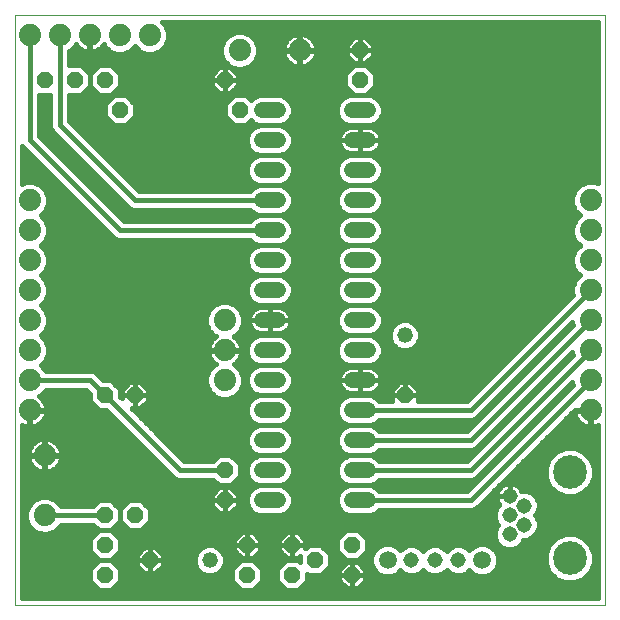
<source format=gbl>
G75*
%MOIN*%
%OFA0B0*%
%FSLAX25Y25*%
%IPPOS*%
%LPD*%
%AMOC8*
5,1,8,0,0,1.08239X$1,22.5*
%
%ADD10C,0.00000*%
%ADD11OC8,0.05200*%
%ADD12C,0.05200*%
%ADD13C,0.05150*%
%ADD14C,0.11220*%
%ADD15C,0.07400*%
%ADD16C,0.05200*%
%ADD17C,0.05937*%
%ADD18C,0.01600*%
D10*
X0011800Y0011800D02*
X0011800Y0208650D01*
X0208650Y0208650D01*
X0208650Y0011800D01*
X0011800Y0011800D01*
D11*
X0041800Y0021800D03*
X0041800Y0031800D03*
X0041800Y0041800D03*
X0051800Y0041800D03*
X0056800Y0026800D03*
X0081800Y0046800D03*
X0081800Y0056800D03*
X0089300Y0031800D03*
X0089300Y0021800D03*
X0104300Y0021800D03*
X0111800Y0026800D03*
X0104300Y0031800D03*
X0124300Y0031800D03*
X0124300Y0021800D03*
X0141800Y0081800D03*
X0051800Y0081800D03*
X0041800Y0081800D03*
X0046800Y0176800D03*
X0041800Y0186800D03*
X0031800Y0186800D03*
X0021800Y0186800D03*
X0081800Y0186800D03*
X0086800Y0176800D03*
X0126800Y0186800D03*
X0126800Y0196800D03*
D12*
X0141800Y0101800D03*
X0076800Y0026800D03*
D13*
X0143926Y0026800D03*
X0151800Y0026800D03*
X0159674Y0026800D03*
X0176721Y0035501D03*
X0181446Y0038650D03*
X0176721Y0041800D03*
X0181446Y0044950D03*
X0176721Y0048099D03*
D14*
X0196800Y0056170D03*
X0196800Y0027430D03*
D15*
X0203800Y0076800D03*
X0203800Y0086800D03*
X0203800Y0096800D03*
X0203800Y0106800D03*
X0203800Y0116800D03*
X0203800Y0126800D03*
X0203800Y0136800D03*
X0203800Y0146800D03*
X0106800Y0196800D03*
X0086800Y0196800D03*
X0056800Y0201800D03*
X0046800Y0201800D03*
X0036800Y0201800D03*
X0026800Y0201800D03*
X0016800Y0201800D03*
X0016800Y0146800D03*
X0016800Y0136800D03*
X0016800Y0126800D03*
X0016800Y0116800D03*
X0016800Y0106800D03*
X0016800Y0096800D03*
X0016800Y0086800D03*
X0016800Y0076800D03*
X0021800Y0061800D03*
X0021800Y0041800D03*
X0081800Y0086800D03*
X0081800Y0096800D03*
X0081800Y0106800D03*
D16*
X0094200Y0106800D02*
X0099400Y0106800D01*
X0099400Y0116800D02*
X0094200Y0116800D01*
X0094200Y0126800D02*
X0099400Y0126800D01*
X0099400Y0136800D02*
X0094200Y0136800D01*
X0094200Y0146800D02*
X0099400Y0146800D01*
X0099400Y0156800D02*
X0094200Y0156800D01*
X0094200Y0166800D02*
X0099400Y0166800D01*
X0099400Y0176800D02*
X0094200Y0176800D01*
X0124200Y0176800D02*
X0129400Y0176800D01*
X0129400Y0166800D02*
X0124200Y0166800D01*
X0124200Y0156800D02*
X0129400Y0156800D01*
X0129400Y0146800D02*
X0124200Y0146800D01*
X0124200Y0136800D02*
X0129400Y0136800D01*
X0129400Y0126800D02*
X0124200Y0126800D01*
X0124200Y0116800D02*
X0129400Y0116800D01*
X0129400Y0106800D02*
X0124200Y0106800D01*
X0124200Y0096800D02*
X0129400Y0096800D01*
X0129400Y0086800D02*
X0124200Y0086800D01*
X0124200Y0076800D02*
X0129400Y0076800D01*
X0129400Y0066800D02*
X0124200Y0066800D01*
X0124200Y0056800D02*
X0129400Y0056800D01*
X0129400Y0046800D02*
X0124200Y0046800D01*
X0099400Y0046800D02*
X0094200Y0046800D01*
X0094200Y0056800D02*
X0099400Y0056800D01*
X0099400Y0066800D02*
X0094200Y0066800D01*
X0094200Y0076800D02*
X0099400Y0076800D01*
X0099400Y0086800D02*
X0094200Y0086800D01*
X0094200Y0096800D02*
X0099400Y0096800D01*
D17*
X0136052Y0026800D03*
X0167548Y0026800D03*
D18*
X0163766Y0022990D02*
X0162899Y0022990D01*
X0162492Y0022583D02*
X0163333Y0023423D01*
X0164507Y0022249D01*
X0166480Y0021431D01*
X0168616Y0021431D01*
X0170589Y0022249D01*
X0172099Y0023759D01*
X0172917Y0025732D01*
X0172917Y0027868D01*
X0172099Y0029841D01*
X0170589Y0031351D01*
X0168616Y0032168D01*
X0166480Y0032168D01*
X0164507Y0031351D01*
X0163333Y0030177D01*
X0162492Y0031017D01*
X0160664Y0031775D01*
X0158684Y0031775D01*
X0156856Y0031017D01*
X0155737Y0029898D01*
X0154618Y0031017D01*
X0152790Y0031775D01*
X0150810Y0031775D01*
X0148982Y0031017D01*
X0147863Y0029898D01*
X0146744Y0031017D01*
X0144916Y0031775D01*
X0142936Y0031775D01*
X0141108Y0031017D01*
X0140267Y0030177D01*
X0139093Y0031351D01*
X0137120Y0032168D01*
X0134984Y0032168D01*
X0133011Y0031351D01*
X0131501Y0029841D01*
X0130683Y0027868D01*
X0130683Y0025732D01*
X0131501Y0023759D01*
X0133011Y0022249D01*
X0134984Y0021431D01*
X0137120Y0021431D01*
X0139093Y0022249D01*
X0140267Y0023423D01*
X0141108Y0022583D01*
X0142936Y0021825D01*
X0144916Y0021825D01*
X0146744Y0022583D01*
X0147863Y0023702D01*
X0148982Y0022583D01*
X0150810Y0021825D01*
X0152790Y0021825D01*
X0154618Y0022583D01*
X0155737Y0023702D01*
X0156856Y0022583D01*
X0158684Y0021825D01*
X0160664Y0021825D01*
X0162492Y0022583D01*
X0156449Y0022990D02*
X0155025Y0022990D01*
X0148575Y0022990D02*
X0147151Y0022990D01*
X0140701Y0022990D02*
X0139834Y0022990D01*
X0132270Y0022990D02*
X0128700Y0022990D01*
X0128700Y0023623D02*
X0128700Y0021800D01*
X0124300Y0021800D01*
X0124300Y0021800D01*
X0124300Y0026200D01*
X0126123Y0026200D01*
X0128700Y0023623D01*
X0127734Y0024588D02*
X0131157Y0024588D01*
X0130683Y0026187D02*
X0126136Y0026187D01*
X0126371Y0026800D02*
X0129300Y0029729D01*
X0129300Y0033871D01*
X0126371Y0036800D01*
X0122229Y0036800D01*
X0119300Y0033871D01*
X0119300Y0029729D01*
X0122229Y0026800D01*
X0126371Y0026800D01*
X0127356Y0027785D02*
X0130683Y0027785D01*
X0131311Y0029384D02*
X0128955Y0029384D01*
X0129300Y0030982D02*
X0132642Y0030982D01*
X0129300Y0032581D02*
X0172606Y0032581D01*
X0172504Y0032683D02*
X0173903Y0031283D01*
X0175732Y0030526D01*
X0177711Y0030526D01*
X0179539Y0031283D01*
X0180939Y0032683D01*
X0181350Y0033676D01*
X0182435Y0033676D01*
X0184264Y0034433D01*
X0185663Y0035832D01*
X0186420Y0037661D01*
X0186420Y0039640D01*
X0185663Y0041468D01*
X0185331Y0041800D01*
X0185663Y0042132D01*
X0186420Y0043960D01*
X0186420Y0045939D01*
X0185663Y0047768D01*
X0184264Y0049167D01*
X0182435Y0049924D01*
X0180701Y0049924D01*
X0180463Y0050392D01*
X0180058Y0050949D01*
X0179571Y0051436D01*
X0179014Y0051841D01*
X0178401Y0052153D01*
X0177746Y0052366D01*
X0177066Y0052474D01*
X0176721Y0052474D01*
X0176377Y0052474D01*
X0175697Y0052366D01*
X0175042Y0052153D01*
X0174428Y0051841D01*
X0173871Y0051436D01*
X0173384Y0050949D01*
X0172980Y0050392D01*
X0172667Y0049779D01*
X0172454Y0049124D01*
X0172346Y0048444D01*
X0172346Y0048099D01*
X0172346Y0047755D01*
X0172454Y0047075D01*
X0172667Y0046420D01*
X0172980Y0045806D01*
X0173279Y0045394D01*
X0172504Y0044618D01*
X0171746Y0042790D01*
X0171746Y0040810D01*
X0172504Y0038982D01*
X0172835Y0038650D01*
X0172504Y0038319D01*
X0171746Y0036490D01*
X0171746Y0034511D01*
X0172504Y0032683D01*
X0171884Y0034179D02*
X0128992Y0034179D01*
X0127393Y0035778D02*
X0171746Y0035778D01*
X0172113Y0037376D02*
X0054447Y0037376D01*
X0053871Y0036800D02*
X0056800Y0039729D01*
X0056800Y0043871D01*
X0053871Y0046800D01*
X0049729Y0046800D01*
X0046800Y0043871D01*
X0046800Y0039729D01*
X0049729Y0036800D01*
X0053871Y0036800D01*
X0056046Y0038975D02*
X0172511Y0038975D01*
X0171845Y0040573D02*
X0056800Y0040573D01*
X0056800Y0042172D02*
X0092308Y0042172D01*
X0093205Y0041800D02*
X0100395Y0041800D01*
X0102232Y0042561D01*
X0103639Y0043968D01*
X0104400Y0045805D01*
X0104400Y0047795D01*
X0103639Y0049632D01*
X0102232Y0051039D01*
X0100395Y0051800D01*
X0102232Y0052561D01*
X0103639Y0053968D01*
X0104400Y0055805D01*
X0104400Y0057795D01*
X0103639Y0059632D01*
X0102232Y0061039D01*
X0100395Y0061800D01*
X0102232Y0062561D01*
X0103639Y0063968D01*
X0104400Y0065805D01*
X0104400Y0067795D01*
X0103639Y0069632D01*
X0102232Y0071039D01*
X0100395Y0071800D01*
X0102232Y0072561D01*
X0103639Y0073968D01*
X0104400Y0075805D01*
X0104400Y0077795D01*
X0103639Y0079632D01*
X0102232Y0081039D01*
X0100395Y0081800D01*
X0102232Y0082561D01*
X0103639Y0083968D01*
X0104400Y0085805D01*
X0104400Y0087795D01*
X0103639Y0089632D01*
X0102232Y0091039D01*
X0100395Y0091800D01*
X0102232Y0092561D01*
X0103639Y0093968D01*
X0104400Y0095805D01*
X0104400Y0097795D01*
X0103639Y0099632D01*
X0102232Y0101039D01*
X0100395Y0101800D01*
X0093205Y0101800D01*
X0091368Y0101039D01*
X0089961Y0099632D01*
X0089200Y0097795D01*
X0089200Y0095805D01*
X0089961Y0093968D01*
X0091368Y0092561D01*
X0093205Y0091800D01*
X0100395Y0091800D01*
X0093205Y0091800D01*
X0091368Y0091039D01*
X0089961Y0089632D01*
X0089200Y0087795D01*
X0089200Y0085805D01*
X0089961Y0083968D01*
X0091368Y0082561D01*
X0093205Y0081800D01*
X0100395Y0081800D01*
X0093205Y0081800D01*
X0091368Y0081039D01*
X0089961Y0079632D01*
X0089200Y0077795D01*
X0089200Y0075805D01*
X0089961Y0073968D01*
X0091368Y0072561D01*
X0093205Y0071800D01*
X0100395Y0071800D01*
X0093205Y0071800D01*
X0091368Y0071039D01*
X0089961Y0069632D01*
X0089200Y0067795D01*
X0089200Y0065805D01*
X0089961Y0063968D01*
X0091368Y0062561D01*
X0093205Y0061800D01*
X0100395Y0061800D01*
X0093205Y0061800D01*
X0091368Y0061039D01*
X0089961Y0059632D01*
X0089200Y0057795D01*
X0089200Y0055805D01*
X0089961Y0053968D01*
X0091368Y0052561D01*
X0093205Y0051800D01*
X0100395Y0051800D01*
X0093205Y0051800D01*
X0091368Y0051039D01*
X0089961Y0049632D01*
X0089200Y0047795D01*
X0089200Y0045805D01*
X0089961Y0043968D01*
X0091368Y0042561D01*
X0093205Y0041800D01*
X0090159Y0043770D02*
X0084993Y0043770D01*
X0086200Y0044977D02*
X0083623Y0042400D01*
X0081800Y0042400D01*
X0081800Y0046800D01*
X0081800Y0046800D01*
X0081800Y0051200D01*
X0083623Y0051200D01*
X0086200Y0048623D01*
X0086200Y0046800D01*
X0081800Y0046800D01*
X0081800Y0046800D01*
X0081800Y0046800D01*
X0077400Y0046800D01*
X0077400Y0048623D01*
X0079977Y0051200D01*
X0081800Y0051200D01*
X0081800Y0046800D01*
X0086200Y0046800D01*
X0086200Y0044977D01*
X0086200Y0045369D02*
X0089381Y0045369D01*
X0089200Y0046967D02*
X0086200Y0046967D01*
X0086200Y0048566D02*
X0089519Y0048566D01*
X0090493Y0050164D02*
X0084658Y0050164D01*
X0083871Y0051800D02*
X0086800Y0054729D01*
X0086800Y0058871D01*
X0083871Y0061800D01*
X0079729Y0061800D01*
X0077929Y0060000D01*
X0068125Y0060000D01*
X0050725Y0077400D01*
X0051800Y0077400D01*
X0053623Y0077400D01*
X0056200Y0079977D01*
X0056200Y0081800D01*
X0056200Y0083623D01*
X0053623Y0086200D01*
X0051800Y0086200D01*
X0051800Y0081800D01*
X0051800Y0081800D01*
X0056200Y0081800D01*
X0051800Y0081800D01*
X0051800Y0081800D01*
X0051800Y0081800D01*
X0047400Y0081800D01*
X0047400Y0083623D01*
X0049977Y0086200D01*
X0051800Y0086200D01*
X0051800Y0081800D01*
X0051800Y0077400D01*
X0051800Y0081800D01*
X0051800Y0081800D01*
X0047400Y0081800D01*
X0047400Y0080725D01*
X0046800Y0081325D01*
X0046800Y0083871D01*
X0043871Y0086800D01*
X0041325Y0086800D01*
X0038613Y0089513D01*
X0037437Y0090000D01*
X0022077Y0090000D01*
X0021971Y0090255D01*
X0020427Y0091800D01*
X0021971Y0093345D01*
X0022900Y0095587D01*
X0022900Y0098013D01*
X0021971Y0100255D01*
X0020427Y0101800D01*
X0021971Y0103345D01*
X0022900Y0105587D01*
X0022900Y0108013D01*
X0021971Y0110255D01*
X0020427Y0111800D01*
X0021971Y0113345D01*
X0022900Y0115587D01*
X0022900Y0118013D01*
X0021971Y0120255D01*
X0020427Y0121800D01*
X0021971Y0123345D01*
X0022900Y0125587D01*
X0022900Y0128013D01*
X0021971Y0130255D01*
X0020427Y0131800D01*
X0021971Y0133345D01*
X0022900Y0135587D01*
X0022900Y0138013D01*
X0021971Y0140255D01*
X0020427Y0141800D01*
X0021971Y0143345D01*
X0022900Y0145587D01*
X0022900Y0148013D01*
X0021971Y0150255D01*
X0020255Y0151971D01*
X0018013Y0152900D01*
X0015587Y0152900D01*
X0014200Y0152326D01*
X0014200Y0164875D01*
X0044087Y0134987D01*
X0044987Y0134087D01*
X0046163Y0133600D01*
X0090329Y0133600D01*
X0091368Y0132561D01*
X0093205Y0131800D01*
X0091368Y0131039D01*
X0089961Y0129632D01*
X0089200Y0127795D01*
X0089200Y0125805D01*
X0089961Y0123968D01*
X0091368Y0122561D01*
X0093205Y0121800D01*
X0091368Y0121039D01*
X0089961Y0119632D01*
X0089200Y0117795D01*
X0089200Y0115805D01*
X0089961Y0113968D01*
X0091368Y0112561D01*
X0093205Y0111800D01*
X0100395Y0111800D01*
X0102232Y0112561D01*
X0103639Y0113968D01*
X0104400Y0115805D01*
X0104400Y0117795D01*
X0103639Y0119632D01*
X0102232Y0121039D01*
X0100395Y0121800D01*
X0093205Y0121800D01*
X0100395Y0121800D01*
X0102232Y0122561D01*
X0103639Y0123968D01*
X0104400Y0125805D01*
X0104400Y0127795D01*
X0103639Y0129632D01*
X0102232Y0131039D01*
X0100395Y0131800D01*
X0093205Y0131800D01*
X0100395Y0131800D01*
X0102232Y0132561D01*
X0103639Y0133968D01*
X0104400Y0135805D01*
X0104400Y0137795D01*
X0103639Y0139632D01*
X0102232Y0141039D01*
X0100395Y0141800D01*
X0102232Y0142561D01*
X0103639Y0143968D01*
X0104400Y0145805D01*
X0104400Y0147795D01*
X0103639Y0149632D01*
X0102232Y0151039D01*
X0100395Y0151800D01*
X0102232Y0152561D01*
X0103639Y0153968D01*
X0104400Y0155805D01*
X0104400Y0157795D01*
X0103639Y0159632D01*
X0102232Y0161039D01*
X0100395Y0161800D01*
X0093205Y0161800D01*
X0091368Y0161039D01*
X0089961Y0159632D01*
X0089200Y0157795D01*
X0089200Y0155805D01*
X0089961Y0153968D01*
X0091368Y0152561D01*
X0093205Y0151800D01*
X0100395Y0151800D01*
X0093205Y0151800D01*
X0091368Y0151039D01*
X0090329Y0150000D01*
X0053125Y0150000D01*
X0030000Y0173125D01*
X0030000Y0181800D01*
X0033871Y0181800D01*
X0036800Y0184729D01*
X0039729Y0181800D01*
X0043871Y0181800D01*
X0046800Y0184729D01*
X0046800Y0188871D01*
X0043871Y0191800D01*
X0039729Y0191800D01*
X0036800Y0188871D01*
X0036800Y0184729D01*
X0036800Y0188871D01*
X0033871Y0191800D01*
X0030000Y0191800D01*
X0030000Y0196523D01*
X0030255Y0196629D01*
X0031971Y0198345D01*
X0032168Y0198819D01*
X0032605Y0198217D01*
X0033217Y0197605D01*
X0033917Y0197096D01*
X0034689Y0196703D01*
X0035512Y0196435D01*
X0036367Y0196300D01*
X0036600Y0196300D01*
X0036600Y0201600D01*
X0037000Y0201600D01*
X0037000Y0196300D01*
X0037233Y0196300D01*
X0038088Y0196435D01*
X0038911Y0196703D01*
X0039683Y0197096D01*
X0040383Y0197605D01*
X0040995Y0198217D01*
X0041432Y0198819D01*
X0041629Y0198345D01*
X0043345Y0196629D01*
X0045587Y0195700D01*
X0048013Y0195700D01*
X0050255Y0196629D01*
X0051800Y0198173D01*
X0053345Y0196629D01*
X0055587Y0195700D01*
X0058013Y0195700D01*
X0060255Y0196629D01*
X0061971Y0198345D01*
X0062900Y0200587D01*
X0062900Y0203013D01*
X0061971Y0205255D01*
X0060976Y0206250D01*
X0206250Y0206250D01*
X0206250Y0152388D01*
X0205013Y0152900D01*
X0202587Y0152900D01*
X0200345Y0151971D01*
X0198629Y0150255D01*
X0197700Y0148013D01*
X0197700Y0145587D01*
X0198629Y0143345D01*
X0200173Y0141800D01*
X0198629Y0140255D01*
X0197700Y0138013D01*
X0197700Y0135587D01*
X0198629Y0133345D01*
X0200173Y0131800D01*
X0198629Y0130255D01*
X0197700Y0128013D01*
X0197700Y0125587D01*
X0198629Y0123345D01*
X0200173Y0121800D01*
X0198629Y0120255D01*
X0197700Y0118013D01*
X0197700Y0115587D01*
X0197806Y0115331D01*
X0162475Y0080000D01*
X0146200Y0080000D01*
X0146200Y0081800D01*
X0146200Y0083623D01*
X0143623Y0086200D01*
X0141800Y0086200D01*
X0141800Y0081800D01*
X0141800Y0081800D01*
X0146200Y0081800D01*
X0141800Y0081800D01*
X0141800Y0081800D01*
X0141800Y0081800D01*
X0137400Y0081800D01*
X0137400Y0083623D01*
X0139977Y0086200D01*
X0141800Y0086200D01*
X0141800Y0081800D01*
X0137400Y0081800D01*
X0137400Y0080000D01*
X0133271Y0080000D01*
X0132232Y0081039D01*
X0130395Y0081800D01*
X0123205Y0081800D01*
X0121368Y0081039D01*
X0119961Y0079632D01*
X0119200Y0077795D01*
X0119200Y0075805D01*
X0119961Y0073968D01*
X0121368Y0072561D01*
X0123205Y0071800D01*
X0130395Y0071800D01*
X0132232Y0071039D01*
X0133271Y0070000D01*
X0162475Y0070000D01*
X0197806Y0105331D01*
X0197700Y0105587D01*
X0197700Y0106175D01*
X0165613Y0074087D01*
X0164437Y0073600D01*
X0133271Y0073600D01*
X0132232Y0072561D01*
X0130395Y0071800D01*
X0123205Y0071800D01*
X0121368Y0071039D01*
X0119961Y0069632D01*
X0119200Y0067795D01*
X0119200Y0065805D01*
X0119961Y0063968D01*
X0121368Y0062561D01*
X0123205Y0061800D01*
X0121368Y0061039D01*
X0119961Y0059632D01*
X0119200Y0057795D01*
X0119200Y0055805D01*
X0119961Y0053968D01*
X0121368Y0052561D01*
X0123205Y0051800D01*
X0121368Y0051039D01*
X0119961Y0049632D01*
X0119200Y0047795D01*
X0119200Y0045805D01*
X0119961Y0043968D01*
X0121368Y0042561D01*
X0123205Y0041800D01*
X0130395Y0041800D01*
X0132232Y0042561D01*
X0133271Y0043600D01*
X0164437Y0043600D01*
X0165613Y0044087D01*
X0166513Y0044987D01*
X0198525Y0077000D01*
X0203600Y0077000D01*
X0203600Y0076600D01*
X0204000Y0076600D01*
X0204000Y0071300D01*
X0204233Y0071300D01*
X0205088Y0071435D01*
X0205911Y0071703D01*
X0206250Y0071876D01*
X0206250Y0014200D01*
X0014200Y0014200D01*
X0014200Y0071952D01*
X0014689Y0071703D01*
X0015512Y0071435D01*
X0016367Y0071300D01*
X0016600Y0071300D01*
X0016600Y0076600D01*
X0017000Y0076600D01*
X0017000Y0077000D01*
X0022300Y0077000D01*
X0022300Y0077233D01*
X0022165Y0078088D01*
X0021897Y0078911D01*
X0021504Y0079683D01*
X0020995Y0080383D01*
X0020383Y0080995D01*
X0019781Y0081432D01*
X0020255Y0081629D01*
X0021971Y0083345D01*
X0022077Y0083600D01*
X0035475Y0083600D01*
X0036800Y0082275D01*
X0036800Y0079729D01*
X0039729Y0076800D01*
X0042275Y0076800D01*
X0064087Y0054987D01*
X0064987Y0054087D01*
X0066163Y0053600D01*
X0077929Y0053600D01*
X0079729Y0051800D01*
X0083871Y0051800D01*
X0085432Y0053361D02*
X0090568Y0053361D01*
X0089550Y0054960D02*
X0086800Y0054960D01*
X0086800Y0056558D02*
X0089200Y0056558D01*
X0089350Y0058157D02*
X0086800Y0058157D01*
X0085916Y0059755D02*
X0090084Y0059755D01*
X0092128Y0061354D02*
X0084317Y0061354D01*
X0079283Y0061354D02*
X0066772Y0061354D01*
X0065173Y0062952D02*
X0090977Y0062952D01*
X0089720Y0064551D02*
X0063575Y0064551D01*
X0061976Y0066149D02*
X0089200Y0066149D01*
X0089200Y0067748D02*
X0060378Y0067748D01*
X0058779Y0069346D02*
X0089843Y0069346D01*
X0091274Y0070945D02*
X0057181Y0070945D01*
X0055582Y0072543D02*
X0091411Y0072543D01*
X0089889Y0074142D02*
X0053984Y0074142D01*
X0052385Y0075740D02*
X0089227Y0075740D01*
X0089200Y0077339D02*
X0050787Y0077339D01*
X0051800Y0078937D02*
X0051800Y0078937D01*
X0051800Y0080536D02*
X0051800Y0080536D01*
X0051800Y0082134D02*
X0051800Y0082134D01*
X0051800Y0083733D02*
X0051800Y0083733D01*
X0051800Y0085332D02*
X0051800Y0085332D01*
X0054491Y0085332D02*
X0075806Y0085332D01*
X0075700Y0085587D02*
X0076629Y0083345D01*
X0078345Y0081629D01*
X0080587Y0080700D01*
X0083013Y0080700D01*
X0085255Y0081629D01*
X0086971Y0083345D01*
X0087900Y0085587D01*
X0087900Y0088013D01*
X0086971Y0090255D01*
X0085255Y0091971D01*
X0084781Y0092168D01*
X0085383Y0092605D01*
X0085995Y0093217D01*
X0086504Y0093917D01*
X0086897Y0094689D01*
X0087165Y0095512D01*
X0087300Y0096367D01*
X0087300Y0096600D01*
X0082000Y0096600D01*
X0082000Y0097000D01*
X0087300Y0097000D01*
X0087300Y0097233D01*
X0087165Y0098088D01*
X0086897Y0098911D01*
X0086504Y0099683D01*
X0085995Y0100383D01*
X0085383Y0100995D01*
X0084781Y0101432D01*
X0085255Y0101629D01*
X0086971Y0103345D01*
X0087900Y0105587D01*
X0087900Y0108013D01*
X0086971Y0110255D01*
X0085255Y0111971D01*
X0083013Y0112900D01*
X0080587Y0112900D01*
X0078345Y0111971D01*
X0076629Y0110255D01*
X0075700Y0108013D01*
X0075700Y0105587D01*
X0076629Y0103345D01*
X0078345Y0101629D01*
X0078819Y0101432D01*
X0078217Y0100995D01*
X0077605Y0100383D01*
X0077096Y0099683D01*
X0076703Y0098911D01*
X0076435Y0098088D01*
X0076300Y0097233D01*
X0076300Y0097000D01*
X0081600Y0097000D01*
X0081600Y0096600D01*
X0076300Y0096600D01*
X0076300Y0096367D01*
X0076435Y0095512D01*
X0076703Y0094689D01*
X0077096Y0093917D01*
X0077605Y0093217D01*
X0078217Y0092605D01*
X0078819Y0092168D01*
X0078345Y0091971D01*
X0076629Y0090255D01*
X0075700Y0088013D01*
X0075700Y0085587D01*
X0075700Y0086930D02*
X0041195Y0086930D01*
X0039597Y0088529D02*
X0075913Y0088529D01*
X0076576Y0090127D02*
X0022024Y0090127D01*
X0020501Y0091726D02*
X0078099Y0091726D01*
X0077527Y0093324D02*
X0021951Y0093324D01*
X0022625Y0094923D02*
X0076627Y0094923D01*
X0076300Y0096521D02*
X0022900Y0096521D01*
X0022856Y0098120D02*
X0076446Y0098120D01*
X0077122Y0099718D02*
X0022194Y0099718D01*
X0020910Y0101317D02*
X0078659Y0101317D01*
X0077058Y0102915D02*
X0021542Y0102915D01*
X0022456Y0104514D02*
X0076144Y0104514D01*
X0075700Y0106112D02*
X0022900Y0106112D01*
X0022900Y0107711D02*
X0075700Y0107711D01*
X0076237Y0109309D02*
X0022363Y0109309D01*
X0021319Y0110908D02*
X0077281Y0110908D01*
X0079636Y0112506D02*
X0021133Y0112506D01*
X0022286Y0114105D02*
X0089904Y0114105D01*
X0089242Y0115703D02*
X0022900Y0115703D01*
X0022900Y0117302D02*
X0089200Y0117302D01*
X0089658Y0118900D02*
X0022533Y0118900D01*
X0021728Y0120499D02*
X0090828Y0120499D01*
X0092488Y0122097D02*
X0020724Y0122097D01*
X0022117Y0123696D02*
X0090233Y0123696D01*
X0089412Y0125294D02*
X0022779Y0125294D01*
X0022900Y0126893D02*
X0089200Y0126893D01*
X0089489Y0128491D02*
X0022702Y0128491D01*
X0022040Y0130090D02*
X0090419Y0130090D01*
X0092936Y0131688D02*
X0020538Y0131688D01*
X0021914Y0133287D02*
X0090642Y0133287D01*
X0090329Y0140000D02*
X0048125Y0140000D01*
X0020000Y0168125D01*
X0020000Y0181800D01*
X0023600Y0181800D01*
X0023600Y0171163D01*
X0024087Y0169987D01*
X0049087Y0144987D01*
X0049987Y0144087D01*
X0051163Y0143600D01*
X0090329Y0143600D01*
X0091368Y0142561D01*
X0093205Y0141800D01*
X0100395Y0141800D01*
X0093205Y0141800D01*
X0091368Y0141039D01*
X0090329Y0140000D01*
X0091949Y0141279D02*
X0046846Y0141279D01*
X0045248Y0142878D02*
X0091051Y0142878D01*
X0096800Y0146800D02*
X0051800Y0146800D01*
X0026800Y0171800D01*
X0026800Y0201800D01*
X0030854Y0197227D02*
X0033737Y0197227D01*
X0030000Y0195629D02*
X0080700Y0195629D01*
X0080700Y0195587D02*
X0081629Y0193345D01*
X0083345Y0191629D01*
X0085587Y0190700D01*
X0088013Y0190700D01*
X0090255Y0191629D01*
X0091971Y0193345D01*
X0092900Y0195587D01*
X0092900Y0198013D01*
X0091971Y0200255D01*
X0090255Y0201971D01*
X0088013Y0202900D01*
X0085587Y0202900D01*
X0083345Y0201971D01*
X0081629Y0200255D01*
X0080700Y0198013D01*
X0080700Y0195587D01*
X0080700Y0197227D02*
X0060854Y0197227D01*
X0062171Y0198826D02*
X0081037Y0198826D01*
X0081798Y0200424D02*
X0062833Y0200424D01*
X0062900Y0202023D02*
X0083469Y0202023D01*
X0090131Y0202023D02*
X0105076Y0202023D01*
X0104689Y0201897D02*
X0105512Y0202165D01*
X0106367Y0202300D01*
X0106600Y0202300D01*
X0106600Y0197000D01*
X0107000Y0197000D01*
X0107000Y0202300D01*
X0107233Y0202300D01*
X0108088Y0202165D01*
X0108911Y0201897D01*
X0109683Y0201504D01*
X0110383Y0200995D01*
X0110995Y0200383D01*
X0111504Y0199683D01*
X0111897Y0198911D01*
X0112165Y0198088D01*
X0112300Y0197233D01*
X0112300Y0197000D01*
X0107000Y0197000D01*
X0107000Y0196600D01*
X0112300Y0196600D01*
X0112300Y0196367D01*
X0112165Y0195512D01*
X0111897Y0194689D01*
X0111504Y0193917D01*
X0110995Y0193217D01*
X0110383Y0192605D01*
X0109683Y0192096D01*
X0108911Y0191703D01*
X0108088Y0191435D01*
X0107233Y0191300D01*
X0107000Y0191300D01*
X0107000Y0196600D01*
X0106600Y0196600D01*
X0101300Y0196600D01*
X0101300Y0196367D01*
X0101435Y0195512D01*
X0101703Y0194689D01*
X0102096Y0193917D01*
X0102605Y0193217D01*
X0103217Y0192605D01*
X0103917Y0192096D01*
X0104689Y0191703D01*
X0105512Y0191435D01*
X0106367Y0191300D01*
X0106600Y0191300D01*
X0106600Y0196600D01*
X0106600Y0197000D01*
X0101300Y0197000D01*
X0101300Y0197233D01*
X0101435Y0198088D01*
X0101703Y0198911D01*
X0102096Y0199683D01*
X0102605Y0200383D01*
X0103217Y0200995D01*
X0103917Y0201504D01*
X0104689Y0201897D01*
X0106600Y0202023D02*
X0107000Y0202023D01*
X0108524Y0202023D02*
X0206250Y0202023D01*
X0206250Y0203621D02*
X0062648Y0203621D01*
X0061986Y0205220D02*
X0206250Y0205220D01*
X0206250Y0200424D02*
X0129398Y0200424D01*
X0128623Y0201200D02*
X0126800Y0201200D01*
X0126800Y0196800D01*
X0126800Y0196800D01*
X0131200Y0196800D01*
X0131200Y0198623D01*
X0128623Y0201200D01*
X0126800Y0201200D02*
X0124977Y0201200D01*
X0122400Y0198623D01*
X0122400Y0196800D01*
X0126800Y0196800D01*
X0126800Y0196800D01*
X0126800Y0196800D01*
X0126800Y0201200D01*
X0126800Y0200424D02*
X0126800Y0200424D01*
X0126800Y0198826D02*
X0126800Y0198826D01*
X0126800Y0197227D02*
X0126800Y0197227D01*
X0126800Y0196800D02*
X0122400Y0196800D01*
X0122400Y0194977D01*
X0124977Y0192400D01*
X0126800Y0192400D01*
X0128623Y0192400D01*
X0131200Y0194977D01*
X0131200Y0196800D01*
X0126800Y0196800D01*
X0126800Y0192400D01*
X0126800Y0196800D01*
X0126800Y0196800D01*
X0126800Y0195629D02*
X0126800Y0195629D01*
X0126800Y0194030D02*
X0126800Y0194030D01*
X0126800Y0192432D02*
X0126800Y0192432D01*
X0128654Y0192432D02*
X0206250Y0192432D01*
X0206250Y0194030D02*
X0130253Y0194030D01*
X0131200Y0195629D02*
X0206250Y0195629D01*
X0206250Y0197227D02*
X0131200Y0197227D01*
X0130997Y0198826D02*
X0206250Y0198826D01*
X0206250Y0190833D02*
X0129838Y0190833D01*
X0128871Y0191800D02*
X0124729Y0191800D01*
X0121800Y0188871D01*
X0121800Y0184729D01*
X0124729Y0181800D01*
X0128871Y0181800D01*
X0131800Y0184729D01*
X0131800Y0188871D01*
X0128871Y0191800D01*
X0131436Y0189235D02*
X0206250Y0189235D01*
X0206250Y0187636D02*
X0131800Y0187636D01*
X0131800Y0186038D02*
X0206250Y0186038D01*
X0206250Y0184439D02*
X0131510Y0184439D01*
X0129912Y0182841D02*
X0206250Y0182841D01*
X0206250Y0181242D02*
X0131741Y0181242D01*
X0132232Y0181039D02*
X0130395Y0181800D01*
X0123205Y0181800D01*
X0121368Y0181039D01*
X0119961Y0179632D01*
X0119200Y0177795D01*
X0119200Y0175805D01*
X0119961Y0173968D01*
X0121368Y0172561D01*
X0123205Y0171800D01*
X0130395Y0171800D01*
X0132232Y0172561D01*
X0133639Y0173968D01*
X0134400Y0175805D01*
X0134400Y0177795D01*
X0133639Y0179632D01*
X0132232Y0181039D01*
X0133627Y0179644D02*
X0206250Y0179644D01*
X0206250Y0178045D02*
X0134296Y0178045D01*
X0134400Y0176447D02*
X0206250Y0176447D01*
X0206250Y0174848D02*
X0134003Y0174848D01*
X0132921Y0173250D02*
X0206250Y0173250D01*
X0206250Y0171651D02*
X0100754Y0171651D01*
X0100395Y0171800D02*
X0102232Y0171039D01*
X0103639Y0169632D01*
X0104400Y0167795D01*
X0104400Y0165805D01*
X0103639Y0163968D01*
X0102232Y0162561D01*
X0100395Y0161800D01*
X0093205Y0161800D01*
X0091368Y0162561D01*
X0089961Y0163968D01*
X0089200Y0165805D01*
X0089200Y0167795D01*
X0089961Y0169632D01*
X0091368Y0171039D01*
X0093205Y0171800D01*
X0100395Y0171800D01*
X0102232Y0172561D01*
X0103639Y0173968D01*
X0104400Y0175805D01*
X0104400Y0177795D01*
X0103639Y0179632D01*
X0102232Y0181039D01*
X0100395Y0181800D01*
X0093205Y0181800D01*
X0091368Y0181039D01*
X0090500Y0180171D01*
X0088871Y0181800D01*
X0084729Y0181800D01*
X0081800Y0178871D01*
X0081800Y0174729D01*
X0084729Y0171800D01*
X0088871Y0171800D01*
X0090500Y0173429D01*
X0091368Y0172561D01*
X0093205Y0171800D01*
X0100395Y0171800D01*
X0102921Y0173250D02*
X0120679Y0173250D01*
X0119597Y0174848D02*
X0104003Y0174848D01*
X0104400Y0176447D02*
X0119200Y0176447D01*
X0119304Y0178045D02*
X0104296Y0178045D01*
X0103627Y0179644D02*
X0119973Y0179644D01*
X0121859Y0181242D02*
X0101741Y0181242D01*
X0091859Y0181242D02*
X0089429Y0181242D01*
X0086200Y0184977D02*
X0086200Y0186800D01*
X0086200Y0188623D01*
X0083623Y0191200D01*
X0081800Y0191200D01*
X0081800Y0186800D01*
X0086200Y0186800D01*
X0081800Y0186800D01*
X0081800Y0186800D01*
X0081800Y0186800D01*
X0081800Y0182400D01*
X0083623Y0182400D01*
X0086200Y0184977D01*
X0085662Y0184439D02*
X0122090Y0184439D01*
X0121800Y0186038D02*
X0086200Y0186038D01*
X0086200Y0187636D02*
X0121800Y0187636D01*
X0122164Y0189235D02*
X0085588Y0189235D01*
X0085265Y0190833D02*
X0083989Y0190833D01*
X0082542Y0192432D02*
X0030000Y0192432D01*
X0030000Y0194030D02*
X0081345Y0194030D01*
X0081800Y0191200D02*
X0079977Y0191200D01*
X0077400Y0188623D01*
X0077400Y0186800D01*
X0081800Y0186800D01*
X0081800Y0186800D01*
X0081800Y0186800D01*
X0081800Y0191200D01*
X0081800Y0190833D02*
X0081800Y0190833D01*
X0081800Y0189235D02*
X0081800Y0189235D01*
X0081800Y0187636D02*
X0081800Y0187636D01*
X0081800Y0186800D02*
X0077400Y0186800D01*
X0077400Y0184977D01*
X0079977Y0182400D01*
X0081800Y0182400D01*
X0081800Y0186800D01*
X0081800Y0186038D02*
X0081800Y0186038D01*
X0081800Y0184439D02*
X0081800Y0184439D01*
X0081800Y0182841D02*
X0081800Y0182841D01*
X0084063Y0182841D02*
X0123688Y0182841D01*
X0123762Y0190833D02*
X0088335Y0190833D01*
X0091058Y0192432D02*
X0103455Y0192432D01*
X0102038Y0194030D02*
X0092255Y0194030D01*
X0092900Y0195629D02*
X0101417Y0195629D01*
X0101300Y0197227D02*
X0092900Y0197227D01*
X0092563Y0198826D02*
X0101675Y0198826D01*
X0102646Y0200424D02*
X0091802Y0200424D01*
X0106600Y0200424D02*
X0107000Y0200424D01*
X0107000Y0198826D02*
X0106600Y0198826D01*
X0106600Y0197227D02*
X0107000Y0197227D01*
X0107000Y0195629D02*
X0106600Y0195629D01*
X0106600Y0194030D02*
X0107000Y0194030D01*
X0107000Y0192432D02*
X0106600Y0192432D01*
X0110145Y0192432D02*
X0124946Y0192432D01*
X0123347Y0194030D02*
X0111562Y0194030D01*
X0112183Y0195629D02*
X0122400Y0195629D01*
X0122400Y0197227D02*
X0112300Y0197227D01*
X0111925Y0198826D02*
X0122603Y0198826D01*
X0124202Y0200424D02*
X0110954Y0200424D01*
X0084171Y0181242D02*
X0049429Y0181242D01*
X0048871Y0181800D02*
X0044729Y0181800D01*
X0041800Y0178871D01*
X0041800Y0174729D01*
X0044729Y0171800D01*
X0048871Y0171800D01*
X0051800Y0174729D01*
X0051800Y0178871D01*
X0048871Y0181800D01*
X0051027Y0179644D02*
X0082573Y0179644D01*
X0081800Y0178045D02*
X0051800Y0178045D01*
X0051800Y0176447D02*
X0081800Y0176447D01*
X0081800Y0174848D02*
X0051800Y0174848D01*
X0050321Y0173250D02*
X0083279Y0173250D01*
X0090321Y0173250D02*
X0090679Y0173250D01*
X0092846Y0171651D02*
X0031474Y0171651D01*
X0030000Y0173250D02*
X0043279Y0173250D01*
X0041800Y0174848D02*
X0030000Y0174848D01*
X0030000Y0176447D02*
X0041800Y0176447D01*
X0041800Y0178045D02*
X0030000Y0178045D01*
X0030000Y0179644D02*
X0042573Y0179644D01*
X0044171Y0181242D02*
X0030000Y0181242D01*
X0034912Y0182841D02*
X0038688Y0182841D01*
X0037090Y0184439D02*
X0036510Y0184439D01*
X0036800Y0186038D02*
X0036800Y0186038D01*
X0036800Y0187636D02*
X0036800Y0187636D01*
X0036436Y0189235D02*
X0037164Y0189235D01*
X0038762Y0190833D02*
X0034838Y0190833D01*
X0036600Y0197227D02*
X0037000Y0197227D01*
X0037000Y0198826D02*
X0036600Y0198826D01*
X0036600Y0200424D02*
X0037000Y0200424D01*
X0039863Y0197227D02*
X0042746Y0197227D01*
X0044838Y0190833D02*
X0079611Y0190833D01*
X0078012Y0189235D02*
X0046436Y0189235D01*
X0046800Y0187636D02*
X0077400Y0187636D01*
X0077400Y0186038D02*
X0046800Y0186038D01*
X0046510Y0184439D02*
X0077938Y0184439D01*
X0079537Y0182841D02*
X0044912Y0182841D01*
X0033073Y0170053D02*
X0090382Y0170053D01*
X0089473Y0168454D02*
X0034671Y0168454D01*
X0036270Y0166856D02*
X0089200Y0166856D01*
X0089427Y0165257D02*
X0037868Y0165257D01*
X0039467Y0163659D02*
X0090270Y0163659D01*
X0092578Y0162060D02*
X0041065Y0162060D01*
X0042664Y0160462D02*
X0090790Y0160462D01*
X0089643Y0158863D02*
X0044262Y0158863D01*
X0045861Y0157265D02*
X0089200Y0157265D01*
X0089258Y0155666D02*
X0047459Y0155666D01*
X0049058Y0154068D02*
X0089920Y0154068D01*
X0091590Y0152469D02*
X0050656Y0152469D01*
X0052255Y0150870D02*
X0091199Y0150870D01*
X0102010Y0152469D02*
X0121590Y0152469D01*
X0121368Y0152561D02*
X0123205Y0151800D01*
X0130395Y0151800D01*
X0132232Y0152561D01*
X0133639Y0153968D01*
X0134400Y0155805D01*
X0134400Y0157795D01*
X0133639Y0159632D01*
X0132232Y0161039D01*
X0130395Y0161800D01*
X0123205Y0161800D01*
X0121368Y0161039D01*
X0119961Y0159632D01*
X0119200Y0157795D01*
X0119200Y0155805D01*
X0119961Y0153968D01*
X0121368Y0152561D01*
X0121368Y0151039D02*
X0123205Y0151800D01*
X0130395Y0151800D01*
X0132232Y0151039D01*
X0133639Y0149632D01*
X0134400Y0147795D01*
X0134400Y0145805D01*
X0133639Y0143968D01*
X0132232Y0142561D01*
X0130395Y0141800D01*
X0123205Y0141800D01*
X0121368Y0142561D01*
X0119961Y0143968D01*
X0119200Y0145805D01*
X0119200Y0147795D01*
X0119961Y0149632D01*
X0121368Y0151039D01*
X0121199Y0150870D02*
X0102401Y0150870D01*
X0103788Y0149272D02*
X0119812Y0149272D01*
X0119200Y0147673D02*
X0104400Y0147673D01*
X0104400Y0146075D02*
X0119200Y0146075D01*
X0119750Y0144476D02*
X0103849Y0144476D01*
X0102549Y0142878D02*
X0121051Y0142878D01*
X0121949Y0141279D02*
X0101651Y0141279D01*
X0103590Y0139681D02*
X0120010Y0139681D01*
X0119961Y0139632D02*
X0119200Y0137795D01*
X0119200Y0135805D01*
X0119961Y0133968D01*
X0121368Y0132561D01*
X0123205Y0131800D01*
X0130395Y0131800D01*
X0132232Y0132561D01*
X0133639Y0133968D01*
X0134400Y0135805D01*
X0134400Y0137795D01*
X0133639Y0139632D01*
X0132232Y0141039D01*
X0130395Y0141800D01*
X0123205Y0141800D01*
X0121368Y0141039D01*
X0119961Y0139632D01*
X0119319Y0138082D02*
X0104281Y0138082D01*
X0104400Y0136484D02*
X0119200Y0136484D01*
X0119581Y0134885D02*
X0104019Y0134885D01*
X0102958Y0133287D02*
X0120642Y0133287D01*
X0121368Y0131039D02*
X0119961Y0129632D01*
X0119200Y0127795D01*
X0119200Y0125805D01*
X0119961Y0123968D01*
X0121368Y0122561D01*
X0123205Y0121800D01*
X0130395Y0121800D01*
X0132232Y0122561D01*
X0133639Y0123968D01*
X0134400Y0125805D01*
X0134400Y0127795D01*
X0133639Y0129632D01*
X0132232Y0131039D01*
X0130395Y0131800D01*
X0123205Y0131800D01*
X0121368Y0131039D01*
X0120419Y0130090D02*
X0103181Y0130090D01*
X0104111Y0128491D02*
X0119489Y0128491D01*
X0119200Y0126893D02*
X0104400Y0126893D01*
X0104188Y0125294D02*
X0119412Y0125294D01*
X0120233Y0123696D02*
X0103367Y0123696D01*
X0101112Y0122097D02*
X0122488Y0122097D01*
X0123205Y0121800D02*
X0121368Y0121039D01*
X0119961Y0119632D01*
X0119200Y0117795D01*
X0119200Y0115805D01*
X0119961Y0113968D01*
X0121368Y0112561D01*
X0123205Y0111800D01*
X0130395Y0111800D01*
X0132232Y0112561D01*
X0133639Y0113968D01*
X0134400Y0115805D01*
X0134400Y0117795D01*
X0133639Y0119632D01*
X0132232Y0121039D01*
X0130395Y0121800D01*
X0123205Y0121800D01*
X0120828Y0120499D02*
X0102772Y0120499D01*
X0103942Y0118900D02*
X0119658Y0118900D01*
X0119200Y0117302D02*
X0104400Y0117302D01*
X0104358Y0115703D02*
X0119242Y0115703D01*
X0119904Y0114105D02*
X0103696Y0114105D01*
X0102099Y0112506D02*
X0121500Y0112506D01*
X0121368Y0111039D02*
X0123205Y0111800D01*
X0130395Y0111800D01*
X0132232Y0111039D01*
X0133639Y0109632D01*
X0134400Y0107795D01*
X0134400Y0105805D01*
X0133639Y0103968D01*
X0132232Y0102561D01*
X0130395Y0101800D01*
X0123205Y0101800D01*
X0121368Y0102561D01*
X0119961Y0103968D01*
X0119200Y0105805D01*
X0119200Y0107795D01*
X0119961Y0109632D01*
X0121368Y0111039D01*
X0121237Y0110908D02*
X0100996Y0110908D01*
X0101089Y0110878D02*
X0100430Y0111092D01*
X0099746Y0111200D01*
X0096800Y0111200D01*
X0096800Y0106800D01*
X0096800Y0106800D01*
X0103800Y0106800D01*
X0103800Y0107146D01*
X0103692Y0107830D01*
X0103478Y0108489D01*
X0103163Y0109106D01*
X0102756Y0109666D01*
X0102266Y0110156D01*
X0101706Y0110563D01*
X0101089Y0110878D01*
X0103016Y0109309D02*
X0119827Y0109309D01*
X0119200Y0107711D02*
X0103711Y0107711D01*
X0103800Y0106800D02*
X0096800Y0106800D01*
X0096800Y0106800D01*
X0096800Y0106800D01*
X0089800Y0106800D01*
X0089800Y0107146D01*
X0089908Y0107830D01*
X0090122Y0108489D01*
X0090437Y0109106D01*
X0090844Y0109666D01*
X0091334Y0110156D01*
X0091894Y0110563D01*
X0092511Y0110878D01*
X0093170Y0111092D01*
X0093854Y0111200D01*
X0096800Y0111200D01*
X0096800Y0106800D01*
X0096800Y0102400D01*
X0099746Y0102400D01*
X0100430Y0102508D01*
X0101089Y0102722D01*
X0101706Y0103037D01*
X0102266Y0103444D01*
X0102756Y0103934D01*
X0103163Y0104494D01*
X0103478Y0105111D01*
X0103692Y0105770D01*
X0103800Y0106454D01*
X0103800Y0106800D01*
X0103746Y0106112D02*
X0119200Y0106112D01*
X0119735Y0104514D02*
X0103173Y0104514D01*
X0101467Y0102915D02*
X0121014Y0102915D01*
X0122039Y0101317D02*
X0101561Y0101317D01*
X0103553Y0099718D02*
X0120047Y0099718D01*
X0119961Y0099632D02*
X0119200Y0097795D01*
X0119200Y0095805D01*
X0119961Y0093968D01*
X0121368Y0092561D01*
X0123205Y0091800D01*
X0130395Y0091800D01*
X0132232Y0092561D01*
X0133639Y0093968D01*
X0134400Y0095805D01*
X0134400Y0097795D01*
X0133639Y0099632D01*
X0132232Y0101039D01*
X0130395Y0101800D01*
X0123205Y0101800D01*
X0121368Y0101039D01*
X0119961Y0099632D01*
X0119335Y0098120D02*
X0104265Y0098120D01*
X0104400Y0096521D02*
X0119200Y0096521D01*
X0119566Y0094923D02*
X0104034Y0094923D01*
X0102995Y0093324D02*
X0120605Y0093324D01*
X0121894Y0090563D02*
X0121334Y0090156D01*
X0120844Y0089666D01*
X0120437Y0089106D01*
X0120122Y0088489D01*
X0119908Y0087830D01*
X0119800Y0087146D01*
X0119800Y0086800D01*
X0126800Y0086800D01*
X0126800Y0086800D01*
X0126800Y0091200D01*
X0129746Y0091200D01*
X0130430Y0091092D01*
X0131089Y0090878D01*
X0131706Y0090563D01*
X0132266Y0090156D01*
X0132756Y0089666D01*
X0133163Y0089106D01*
X0133478Y0088489D01*
X0133692Y0087830D01*
X0133800Y0087146D01*
X0133800Y0086800D01*
X0126800Y0086800D01*
X0126800Y0086800D01*
X0126800Y0082400D01*
X0129746Y0082400D01*
X0130430Y0082508D01*
X0131089Y0082722D01*
X0131706Y0083037D01*
X0132266Y0083444D01*
X0132756Y0083934D01*
X0133163Y0084494D01*
X0133478Y0085111D01*
X0133692Y0085770D01*
X0133800Y0086454D01*
X0133800Y0086800D01*
X0126800Y0086800D01*
X0126800Y0086800D01*
X0126800Y0086800D01*
X0126800Y0091200D01*
X0123854Y0091200D01*
X0123170Y0091092D01*
X0122511Y0090878D01*
X0121894Y0090563D01*
X0121305Y0090127D02*
X0103144Y0090127D01*
X0104096Y0088529D02*
X0120143Y0088529D01*
X0119800Y0086930D02*
X0104400Y0086930D01*
X0104204Y0085332D02*
X0120051Y0085332D01*
X0120122Y0085111D02*
X0120437Y0084494D01*
X0120844Y0083934D01*
X0121334Y0083444D01*
X0121894Y0083037D01*
X0122511Y0082722D01*
X0123170Y0082508D01*
X0123854Y0082400D01*
X0126800Y0082400D01*
X0126800Y0086800D01*
X0119800Y0086800D01*
X0119800Y0086454D01*
X0119908Y0085770D01*
X0120122Y0085111D01*
X0121044Y0083733D02*
X0103404Y0083733D01*
X0101202Y0082134D02*
X0137400Y0082134D01*
X0137400Y0080536D02*
X0132735Y0080536D01*
X0132556Y0083733D02*
X0137510Y0083733D01*
X0139109Y0085332D02*
X0133549Y0085332D01*
X0133800Y0086930D02*
X0169405Y0086930D01*
X0171003Y0088529D02*
X0133457Y0088529D01*
X0132295Y0090127D02*
X0172602Y0090127D01*
X0174200Y0091726D02*
X0100574Y0091726D01*
X0093026Y0091726D02*
X0085501Y0091726D01*
X0086073Y0093324D02*
X0090605Y0093324D01*
X0089566Y0094923D02*
X0086973Y0094923D01*
X0087300Y0096521D02*
X0089200Y0096521D01*
X0089335Y0098120D02*
X0087154Y0098120D01*
X0086478Y0099718D02*
X0090047Y0099718D01*
X0092039Y0101317D02*
X0084941Y0101317D01*
X0086542Y0102915D02*
X0092133Y0102915D01*
X0091894Y0103037D02*
X0092511Y0102722D01*
X0093170Y0102508D01*
X0093854Y0102400D01*
X0096800Y0102400D01*
X0096800Y0106800D01*
X0096800Y0106800D01*
X0089800Y0106800D01*
X0089800Y0106454D01*
X0089908Y0105770D01*
X0090122Y0105111D01*
X0090437Y0104494D01*
X0090844Y0103934D01*
X0091334Y0103444D01*
X0091894Y0103037D01*
X0090427Y0104514D02*
X0087456Y0104514D01*
X0087900Y0106112D02*
X0089854Y0106112D01*
X0089889Y0107711D02*
X0087900Y0107711D01*
X0087363Y0109309D02*
X0090584Y0109309D01*
X0092604Y0110908D02*
X0086319Y0110908D01*
X0083964Y0112506D02*
X0091500Y0112506D01*
X0096800Y0110908D02*
X0096800Y0110908D01*
X0096800Y0109309D02*
X0096800Y0109309D01*
X0096800Y0107711D02*
X0096800Y0107711D01*
X0096800Y0106112D02*
X0096800Y0106112D01*
X0096800Y0104514D02*
X0096800Y0104514D01*
X0096800Y0102915D02*
X0096800Y0102915D01*
X0090456Y0090127D02*
X0087024Y0090127D01*
X0087687Y0088529D02*
X0089504Y0088529D01*
X0089200Y0086930D02*
X0087900Y0086930D01*
X0087794Y0085332D02*
X0089396Y0085332D01*
X0090196Y0083733D02*
X0087132Y0083733D01*
X0085761Y0082134D02*
X0092398Y0082134D01*
X0090865Y0080536D02*
X0056200Y0080536D01*
X0056200Y0082134D02*
X0077839Y0082134D01*
X0076468Y0083733D02*
X0056090Y0083733D01*
X0055160Y0078937D02*
X0089673Y0078937D01*
X0102189Y0072543D02*
X0121411Y0072543D01*
X0121274Y0070945D02*
X0102326Y0070945D01*
X0103757Y0069346D02*
X0119843Y0069346D01*
X0119200Y0067748D02*
X0104400Y0067748D01*
X0104400Y0066149D02*
X0119200Y0066149D01*
X0119720Y0064551D02*
X0103880Y0064551D01*
X0102623Y0062952D02*
X0120977Y0062952D01*
X0122128Y0061354D02*
X0101472Y0061354D01*
X0103516Y0059755D02*
X0120084Y0059755D01*
X0119350Y0058157D02*
X0104250Y0058157D01*
X0104400Y0056558D02*
X0119200Y0056558D01*
X0119550Y0054960D02*
X0104050Y0054960D01*
X0103032Y0053361D02*
X0120568Y0053361D01*
X0123116Y0051763D02*
X0100484Y0051763D01*
X0103107Y0050164D02*
X0120493Y0050164D01*
X0119519Y0048566D02*
X0104081Y0048566D01*
X0104400Y0046967D02*
X0119200Y0046967D01*
X0119381Y0045369D02*
X0104219Y0045369D01*
X0103441Y0043770D02*
X0120159Y0043770D01*
X0122308Y0042172D02*
X0101292Y0042172D01*
X0102477Y0036200D02*
X0099900Y0033623D01*
X0099900Y0031800D01*
X0104300Y0031800D01*
X0104300Y0031800D01*
X0104300Y0036200D01*
X0106123Y0036200D01*
X0108700Y0033623D01*
X0108700Y0031800D01*
X0104300Y0031800D01*
X0104300Y0031800D01*
X0104300Y0031800D01*
X0104300Y0036200D01*
X0102477Y0036200D01*
X0102055Y0035778D02*
X0091545Y0035778D01*
X0091123Y0036200D02*
X0093700Y0033623D01*
X0093700Y0031800D01*
X0089300Y0031800D01*
X0089300Y0031800D01*
X0089300Y0036200D01*
X0091123Y0036200D01*
X0089300Y0036200D02*
X0087477Y0036200D01*
X0084900Y0033623D01*
X0084900Y0031800D01*
X0089300Y0031800D01*
X0089300Y0031800D01*
X0089300Y0031800D01*
X0089300Y0036200D01*
X0089300Y0035778D02*
X0089300Y0035778D01*
X0089300Y0034179D02*
X0089300Y0034179D01*
X0089300Y0032581D02*
X0089300Y0032581D01*
X0089300Y0031800D02*
X0084900Y0031800D01*
X0084900Y0029977D01*
X0087477Y0027400D01*
X0089300Y0027400D01*
X0091123Y0027400D01*
X0093700Y0029977D01*
X0093700Y0031800D01*
X0089300Y0031800D01*
X0089300Y0027400D01*
X0089300Y0031800D01*
X0089300Y0031800D01*
X0089300Y0030982D02*
X0089300Y0030982D01*
X0089300Y0029384D02*
X0089300Y0029384D01*
X0089300Y0027785D02*
X0089300Y0027785D01*
X0091508Y0027785D02*
X0102092Y0027785D01*
X0102477Y0027400D02*
X0099900Y0029977D01*
X0099900Y0031800D01*
X0104300Y0031800D01*
X0108700Y0031800D01*
X0108700Y0030771D01*
X0109729Y0031800D01*
X0113871Y0031800D01*
X0116800Y0028871D01*
X0116800Y0024729D01*
X0113871Y0021800D01*
X0109729Y0021800D01*
X0109300Y0022229D01*
X0109300Y0019729D01*
X0106371Y0016800D01*
X0102229Y0016800D01*
X0099300Y0019729D01*
X0099300Y0023871D01*
X0102229Y0026800D01*
X0106371Y0026800D01*
X0106800Y0026371D01*
X0106800Y0028077D01*
X0106123Y0027400D01*
X0104300Y0027400D01*
X0104300Y0031800D01*
X0104300Y0031800D01*
X0104300Y0027400D01*
X0102477Y0027400D01*
X0101616Y0026187D02*
X0091984Y0026187D01*
X0091371Y0026800D02*
X0087229Y0026800D01*
X0084300Y0023871D01*
X0084300Y0019729D01*
X0087229Y0016800D01*
X0091371Y0016800D01*
X0094300Y0019729D01*
X0094300Y0023871D01*
X0091371Y0026800D01*
X0093106Y0029384D02*
X0100494Y0029384D01*
X0099900Y0030982D02*
X0093700Y0030982D01*
X0093700Y0032581D02*
X0099900Y0032581D01*
X0100457Y0034179D02*
X0093143Y0034179D01*
X0087055Y0035778D02*
X0044893Y0035778D01*
X0043871Y0036800D02*
X0039729Y0036800D01*
X0036800Y0033871D01*
X0036800Y0029729D01*
X0039729Y0026800D01*
X0036800Y0023871D01*
X0036800Y0019729D01*
X0039729Y0016800D01*
X0043871Y0016800D01*
X0046800Y0019729D01*
X0046800Y0023871D01*
X0043871Y0026800D01*
X0039729Y0026800D01*
X0043871Y0026800D01*
X0046800Y0029729D01*
X0046800Y0033871D01*
X0043871Y0036800D01*
X0046800Y0039729D01*
X0046800Y0043871D01*
X0043871Y0046800D01*
X0039729Y0046800D01*
X0037929Y0045000D01*
X0027077Y0045000D01*
X0026971Y0045255D01*
X0025255Y0046971D01*
X0023013Y0047900D01*
X0020587Y0047900D01*
X0018345Y0046971D01*
X0016629Y0045255D01*
X0015700Y0043013D01*
X0015700Y0040587D01*
X0016629Y0038345D01*
X0018345Y0036629D01*
X0020587Y0035700D01*
X0023013Y0035700D01*
X0025255Y0036629D01*
X0026971Y0038345D01*
X0027077Y0038600D01*
X0037929Y0038600D01*
X0039729Y0036800D01*
X0043871Y0036800D01*
X0044447Y0037376D02*
X0049153Y0037376D01*
X0047554Y0038975D02*
X0046046Y0038975D01*
X0046800Y0040573D02*
X0046800Y0040573D01*
X0046800Y0042172D02*
X0046800Y0042172D01*
X0046800Y0043770D02*
X0046800Y0043770D01*
X0045302Y0045369D02*
X0048298Y0045369D01*
X0055302Y0045369D02*
X0077400Y0045369D01*
X0077400Y0044977D02*
X0079977Y0042400D01*
X0081800Y0042400D01*
X0081800Y0046800D01*
X0081800Y0046800D01*
X0077400Y0046800D01*
X0077400Y0044977D01*
X0078607Y0043770D02*
X0056800Y0043770D01*
X0046492Y0034179D02*
X0085457Y0034179D01*
X0084900Y0032581D02*
X0046800Y0032581D01*
X0046800Y0030982D02*
X0054760Y0030982D01*
X0054977Y0031200D02*
X0052400Y0028623D01*
X0052400Y0026800D01*
X0056800Y0026800D01*
X0061200Y0026800D01*
X0061200Y0028623D01*
X0058623Y0031200D01*
X0056800Y0031200D01*
X0056800Y0026800D01*
X0056800Y0026800D01*
X0056800Y0026800D01*
X0061200Y0026800D01*
X0061200Y0024977D01*
X0058623Y0022400D01*
X0056800Y0022400D01*
X0056800Y0026800D01*
X0056800Y0026800D01*
X0056800Y0026800D01*
X0056800Y0031200D01*
X0054977Y0031200D01*
X0056800Y0030982D02*
X0056800Y0030982D01*
X0056800Y0029384D02*
X0056800Y0029384D01*
X0056800Y0027785D02*
X0056800Y0027785D01*
X0056800Y0026800D02*
X0052400Y0026800D01*
X0052400Y0024977D01*
X0054977Y0022400D01*
X0056800Y0022400D01*
X0056800Y0026800D01*
X0056800Y0026187D02*
X0056800Y0026187D01*
X0056800Y0024588D02*
X0056800Y0024588D01*
X0056800Y0022990D02*
X0056800Y0022990D01*
X0059212Y0022990D02*
X0073539Y0022990D01*
X0073968Y0022561D02*
X0075805Y0021800D01*
X0077795Y0021800D01*
X0079632Y0022561D01*
X0081039Y0023968D01*
X0081800Y0025805D01*
X0081800Y0027795D01*
X0081039Y0029632D01*
X0079632Y0031039D01*
X0077795Y0031800D01*
X0075805Y0031800D01*
X0073968Y0031039D01*
X0072561Y0029632D01*
X0071800Y0027795D01*
X0071800Y0025805D01*
X0072561Y0023968D01*
X0073968Y0022561D01*
X0072304Y0024588D02*
X0060811Y0024588D01*
X0061200Y0026187D02*
X0071800Y0026187D01*
X0071800Y0027785D02*
X0061200Y0027785D01*
X0060439Y0029384D02*
X0072458Y0029384D01*
X0073911Y0030982D02*
X0058840Y0030982D01*
X0053161Y0029384D02*
X0046455Y0029384D01*
X0044856Y0027785D02*
X0052400Y0027785D01*
X0052400Y0026187D02*
X0044484Y0026187D01*
X0046083Y0024588D02*
X0052789Y0024588D01*
X0054388Y0022990D02*
X0046800Y0022990D01*
X0046800Y0021391D02*
X0084300Y0021391D01*
X0084300Y0019793D02*
X0046800Y0019793D01*
X0045265Y0018194D02*
X0085835Y0018194D01*
X0084300Y0022990D02*
X0080061Y0022990D01*
X0081296Y0024588D02*
X0085017Y0024588D01*
X0086616Y0026187D02*
X0081800Y0026187D01*
X0081800Y0027785D02*
X0087092Y0027785D01*
X0085494Y0029384D02*
X0081142Y0029384D01*
X0079689Y0030982D02*
X0084900Y0030982D01*
X0093583Y0024588D02*
X0100017Y0024588D01*
X0099300Y0022990D02*
X0094300Y0022990D01*
X0094300Y0021391D02*
X0099300Y0021391D01*
X0099300Y0019793D02*
X0094300Y0019793D01*
X0092765Y0018194D02*
X0100835Y0018194D01*
X0107765Y0018194D02*
X0121683Y0018194D01*
X0122477Y0017400D02*
X0119900Y0019977D01*
X0119900Y0021800D01*
X0124300Y0021800D01*
X0124300Y0021800D01*
X0124300Y0021800D01*
X0124300Y0026200D01*
X0122477Y0026200D01*
X0119900Y0023623D01*
X0119900Y0021800D01*
X0124300Y0021800D01*
X0128700Y0021800D01*
X0128700Y0019977D01*
X0126123Y0017400D01*
X0124300Y0017400D01*
X0124300Y0021800D01*
X0124300Y0021800D01*
X0124300Y0017400D01*
X0122477Y0017400D01*
X0124300Y0018194D02*
X0124300Y0018194D01*
X0124300Y0019793D02*
X0124300Y0019793D01*
X0124300Y0021391D02*
X0124300Y0021391D01*
X0124300Y0022990D02*
X0124300Y0022990D01*
X0124300Y0024588D02*
X0124300Y0024588D01*
X0124300Y0026187D02*
X0124300Y0026187D01*
X0122464Y0026187D02*
X0116800Y0026187D01*
X0116800Y0027785D02*
X0121244Y0027785D01*
X0119645Y0029384D02*
X0116287Y0029384D01*
X0114689Y0030982D02*
X0119300Y0030982D01*
X0119300Y0032581D02*
X0108700Y0032581D01*
X0108700Y0030982D02*
X0108911Y0030982D01*
X0106800Y0027785D02*
X0106508Y0027785D01*
X0104300Y0027785D02*
X0104300Y0027785D01*
X0104300Y0029384D02*
X0104300Y0029384D01*
X0104300Y0030982D02*
X0104300Y0030982D01*
X0104300Y0032581D02*
X0104300Y0032581D01*
X0104300Y0034179D02*
X0104300Y0034179D01*
X0104300Y0035778D02*
X0104300Y0035778D01*
X0106545Y0035778D02*
X0121207Y0035778D01*
X0119608Y0034179D02*
X0108143Y0034179D01*
X0116659Y0024588D02*
X0120866Y0024588D01*
X0119900Y0022990D02*
X0115061Y0022990D01*
X0119900Y0021391D02*
X0109300Y0021391D01*
X0109300Y0019793D02*
X0120085Y0019793D01*
X0126917Y0018194D02*
X0206250Y0018194D01*
X0206250Y0016596D02*
X0014200Y0016596D01*
X0014200Y0018194D02*
X0038335Y0018194D01*
X0036800Y0019793D02*
X0014200Y0019793D01*
X0014200Y0021391D02*
X0036800Y0021391D01*
X0036800Y0022990D02*
X0014200Y0022990D01*
X0014200Y0024588D02*
X0037517Y0024588D01*
X0039116Y0026187D02*
X0014200Y0026187D01*
X0014200Y0027785D02*
X0038744Y0027785D01*
X0037145Y0029384D02*
X0014200Y0029384D01*
X0014200Y0030982D02*
X0036800Y0030982D01*
X0036800Y0032581D02*
X0014200Y0032581D01*
X0014200Y0034179D02*
X0037108Y0034179D01*
X0038707Y0035778D02*
X0023201Y0035778D01*
X0026003Y0037376D02*
X0039153Y0037376D01*
X0041800Y0041800D02*
X0021800Y0041800D01*
X0017597Y0037376D02*
X0014200Y0037376D01*
X0014200Y0035778D02*
X0020399Y0035778D01*
X0016368Y0038975D02*
X0014200Y0038975D01*
X0014200Y0040573D02*
X0015706Y0040573D01*
X0015700Y0042172D02*
X0014200Y0042172D01*
X0014200Y0043770D02*
X0016014Y0043770D01*
X0016742Y0045369D02*
X0014200Y0045369D01*
X0014200Y0046967D02*
X0018341Y0046967D01*
X0014200Y0048566D02*
X0077400Y0048566D01*
X0077400Y0046967D02*
X0025259Y0046967D01*
X0026858Y0045369D02*
X0038298Y0045369D01*
X0025995Y0058217D02*
X0025383Y0057605D01*
X0024683Y0057096D01*
X0023911Y0056703D01*
X0023088Y0056435D01*
X0022233Y0056300D01*
X0022000Y0056300D01*
X0022000Y0061600D01*
X0022000Y0062000D01*
X0027300Y0062000D01*
X0027300Y0062233D01*
X0027165Y0063088D01*
X0026897Y0063911D01*
X0026504Y0064683D01*
X0025995Y0065383D01*
X0025383Y0065995D01*
X0024683Y0066504D01*
X0023911Y0066897D01*
X0023088Y0067165D01*
X0022233Y0067300D01*
X0022000Y0067300D01*
X0022000Y0062000D01*
X0021600Y0062000D01*
X0021600Y0067300D01*
X0021367Y0067300D01*
X0020512Y0067165D01*
X0019689Y0066897D01*
X0018917Y0066504D01*
X0018217Y0065995D01*
X0017605Y0065383D01*
X0017096Y0064683D01*
X0016703Y0063911D01*
X0016435Y0063088D01*
X0016300Y0062233D01*
X0016300Y0062000D01*
X0021600Y0062000D01*
X0021600Y0061600D01*
X0022000Y0061600D01*
X0027300Y0061600D01*
X0027300Y0061367D01*
X0027165Y0060512D01*
X0026897Y0059689D01*
X0026504Y0058917D01*
X0025995Y0058217D01*
X0025935Y0058157D02*
X0060918Y0058157D01*
X0062516Y0056558D02*
X0023466Y0056558D01*
X0022000Y0056558D02*
X0021600Y0056558D01*
X0021600Y0056300D02*
X0021600Y0061600D01*
X0016300Y0061600D01*
X0016300Y0061367D01*
X0016435Y0060512D01*
X0016703Y0059689D01*
X0017096Y0058917D01*
X0017605Y0058217D01*
X0018217Y0057605D01*
X0018917Y0057096D01*
X0019689Y0056703D01*
X0020512Y0056435D01*
X0021367Y0056300D01*
X0021600Y0056300D01*
X0020134Y0056558D02*
X0014200Y0056558D01*
X0014200Y0054960D02*
X0064115Y0054960D01*
X0066800Y0056800D02*
X0081800Y0056800D01*
X0078168Y0053361D02*
X0014200Y0053361D01*
X0014200Y0051763D02*
X0093116Y0051763D01*
X0081800Y0050164D02*
X0081800Y0050164D01*
X0081800Y0048566D02*
X0081800Y0048566D01*
X0081800Y0046967D02*
X0081800Y0046967D01*
X0081800Y0045369D02*
X0081800Y0045369D01*
X0081800Y0043770D02*
X0081800Y0043770D01*
X0078942Y0050164D02*
X0014200Y0050164D01*
X0014200Y0058157D02*
X0017665Y0058157D01*
X0016681Y0059755D02*
X0014200Y0059755D01*
X0014200Y0061354D02*
X0016302Y0061354D01*
X0016414Y0062952D02*
X0014200Y0062952D01*
X0014200Y0064551D02*
X0017029Y0064551D01*
X0018429Y0066149D02*
X0014200Y0066149D01*
X0014200Y0067748D02*
X0051327Y0067748D01*
X0052925Y0066149D02*
X0025171Y0066149D01*
X0026571Y0064551D02*
X0054524Y0064551D01*
X0056122Y0062952D02*
X0027186Y0062952D01*
X0027298Y0061354D02*
X0057721Y0061354D01*
X0059319Y0059755D02*
X0026919Y0059755D01*
X0022000Y0059755D02*
X0021600Y0059755D01*
X0021600Y0058157D02*
X0022000Y0058157D01*
X0022000Y0061354D02*
X0021600Y0061354D01*
X0021600Y0062952D02*
X0022000Y0062952D01*
X0022000Y0064551D02*
X0021600Y0064551D01*
X0021600Y0066149D02*
X0022000Y0066149D01*
X0018911Y0071703D02*
X0018088Y0071435D01*
X0017233Y0071300D01*
X0017000Y0071300D01*
X0017000Y0076600D01*
X0022300Y0076600D01*
X0022300Y0076367D01*
X0022165Y0075512D01*
X0021897Y0074689D01*
X0021504Y0073917D01*
X0020995Y0073217D01*
X0020383Y0072605D01*
X0019683Y0072096D01*
X0018911Y0071703D01*
X0020298Y0072543D02*
X0046531Y0072543D01*
X0048130Y0070945D02*
X0014200Y0070945D01*
X0014200Y0069346D02*
X0049728Y0069346D01*
X0044933Y0074142D02*
X0021618Y0074142D01*
X0022201Y0075740D02*
X0043334Y0075740D01*
X0039190Y0077339D02*
X0022283Y0077339D01*
X0021884Y0078937D02*
X0037591Y0078937D01*
X0036800Y0080536D02*
X0020842Y0080536D01*
X0020761Y0082134D02*
X0036800Y0082134D01*
X0036800Y0086800D02*
X0041800Y0081800D01*
X0066800Y0056800D01*
X0047400Y0082134D02*
X0046800Y0082134D01*
X0046800Y0083733D02*
X0047510Y0083733D01*
X0049109Y0085332D02*
X0045340Y0085332D01*
X0036800Y0086800D02*
X0016800Y0086800D01*
X0016600Y0075740D02*
X0017000Y0075740D01*
X0017000Y0074142D02*
X0016600Y0074142D01*
X0016600Y0072543D02*
X0017000Y0072543D01*
X0014200Y0014997D02*
X0206250Y0014997D01*
X0206250Y0019793D02*
X0199294Y0019793D01*
X0198393Y0019420D02*
X0201337Y0020639D01*
X0203591Y0022892D01*
X0204810Y0025837D01*
X0204810Y0029023D01*
X0203591Y0031967D01*
X0201337Y0034221D01*
X0198393Y0035440D01*
X0195207Y0035440D01*
X0192263Y0034221D01*
X0190009Y0031967D01*
X0188790Y0029023D01*
X0188790Y0025837D01*
X0190009Y0022892D01*
X0192263Y0020639D01*
X0195207Y0019420D01*
X0198393Y0019420D01*
X0194306Y0019793D02*
X0128515Y0019793D01*
X0128700Y0021391D02*
X0191511Y0021391D01*
X0189969Y0022990D02*
X0171330Y0022990D01*
X0172443Y0024588D02*
X0189307Y0024588D01*
X0188790Y0026187D02*
X0172917Y0026187D01*
X0172917Y0027785D02*
X0188790Y0027785D01*
X0188939Y0029384D02*
X0172289Y0029384D01*
X0170958Y0030982D02*
X0174630Y0030982D01*
X0178812Y0030982D02*
X0189601Y0030982D01*
X0190623Y0032581D02*
X0180837Y0032581D01*
X0183651Y0034179D02*
X0192221Y0034179D01*
X0186303Y0037376D02*
X0206250Y0037376D01*
X0206250Y0035778D02*
X0185608Y0035778D01*
X0186420Y0038975D02*
X0206250Y0038975D01*
X0206250Y0040573D02*
X0186034Y0040573D01*
X0185680Y0042172D02*
X0206250Y0042172D01*
X0206250Y0043770D02*
X0186342Y0043770D01*
X0186420Y0045369D02*
X0206250Y0045369D01*
X0206250Y0046967D02*
X0185995Y0046967D01*
X0184865Y0048566D02*
X0194227Y0048566D01*
X0195207Y0048160D02*
X0198393Y0048160D01*
X0201337Y0049379D01*
X0203591Y0051633D01*
X0204810Y0054577D01*
X0204810Y0057763D01*
X0203591Y0060708D01*
X0201337Y0062961D01*
X0198393Y0064180D01*
X0195207Y0064180D01*
X0192263Y0062961D01*
X0190009Y0060708D01*
X0188790Y0057763D01*
X0188790Y0054577D01*
X0190009Y0051633D01*
X0192263Y0049379D01*
X0195207Y0048160D01*
X0199373Y0048566D02*
X0206250Y0048566D01*
X0206250Y0050164D02*
X0202122Y0050164D01*
X0203645Y0051763D02*
X0206250Y0051763D01*
X0206250Y0053361D02*
X0204307Y0053361D01*
X0204810Y0054960D02*
X0206250Y0054960D01*
X0206250Y0056558D02*
X0204810Y0056558D01*
X0204647Y0058157D02*
X0206250Y0058157D01*
X0206250Y0059755D02*
X0203985Y0059755D01*
X0202944Y0061354D02*
X0206250Y0061354D01*
X0206250Y0062952D02*
X0201346Y0062952D01*
X0206250Y0064551D02*
X0186076Y0064551D01*
X0184478Y0062952D02*
X0192254Y0062952D01*
X0190656Y0061354D02*
X0182879Y0061354D01*
X0181281Y0059755D02*
X0189615Y0059755D01*
X0188953Y0058157D02*
X0179682Y0058157D01*
X0178084Y0056558D02*
X0188790Y0056558D01*
X0188790Y0054960D02*
X0176485Y0054960D01*
X0174887Y0053361D02*
X0189293Y0053361D01*
X0189955Y0051763D02*
X0179122Y0051763D01*
X0180579Y0050164D02*
X0191478Y0050164D01*
X0176721Y0050164D02*
X0176721Y0050164D01*
X0176721Y0048566D02*
X0176721Y0048566D01*
X0176721Y0048099D02*
X0176721Y0052474D01*
X0176721Y0048099D01*
X0172346Y0048099D01*
X0176721Y0048099D01*
X0176721Y0048099D01*
X0176721Y0048099D01*
X0176721Y0051763D02*
X0176721Y0051763D01*
X0174321Y0051763D02*
X0173288Y0051763D01*
X0172864Y0050164D02*
X0171690Y0050164D01*
X0172366Y0048566D02*
X0170091Y0048566D01*
X0168493Y0046967D02*
X0172489Y0046967D01*
X0173255Y0045369D02*
X0166894Y0045369D01*
X0164847Y0043770D02*
X0172153Y0043770D01*
X0171746Y0042172D02*
X0131292Y0042172D01*
X0126800Y0046800D02*
X0163800Y0046800D01*
X0203800Y0086800D01*
X0197700Y0086175D02*
X0197700Y0085587D01*
X0197806Y0085331D01*
X0162475Y0050000D01*
X0133271Y0050000D01*
X0132232Y0051039D01*
X0130395Y0051800D01*
X0123205Y0051800D01*
X0130395Y0051800D01*
X0132232Y0052561D01*
X0133271Y0053600D01*
X0164437Y0053600D01*
X0165613Y0054087D01*
X0197700Y0086175D01*
X0197806Y0085332D02*
X0196857Y0085332D01*
X0196208Y0083733D02*
X0195258Y0083733D01*
X0194609Y0082134D02*
X0193660Y0082134D01*
X0193011Y0080536D02*
X0192061Y0080536D01*
X0191412Y0078937D02*
X0190463Y0078937D01*
X0189813Y0077339D02*
X0188864Y0077339D01*
X0188215Y0075740D02*
X0187266Y0075740D01*
X0186616Y0074142D02*
X0185667Y0074142D01*
X0185018Y0072543D02*
X0184069Y0072543D01*
X0183419Y0070945D02*
X0182470Y0070945D01*
X0181821Y0069346D02*
X0180872Y0069346D01*
X0180222Y0067748D02*
X0179273Y0067748D01*
X0178624Y0066149D02*
X0177675Y0066149D01*
X0177025Y0064551D02*
X0176076Y0064551D01*
X0175427Y0062952D02*
X0174478Y0062952D01*
X0173828Y0061354D02*
X0172879Y0061354D01*
X0172230Y0059755D02*
X0171281Y0059755D01*
X0170631Y0058157D02*
X0169682Y0058157D01*
X0169033Y0056558D02*
X0168084Y0056558D01*
X0167434Y0054960D02*
X0166485Y0054960D01*
X0165836Y0053361D02*
X0133032Y0053361D01*
X0130484Y0051763D02*
X0164237Y0051763D01*
X0162639Y0050164D02*
X0133107Y0050164D01*
X0126800Y0056800D02*
X0163800Y0056800D01*
X0203800Y0096800D01*
X0197700Y0096175D02*
X0197700Y0095587D01*
X0197806Y0095331D01*
X0162475Y0060000D01*
X0133271Y0060000D01*
X0132232Y0061039D01*
X0130395Y0061800D01*
X0123205Y0061800D01*
X0130395Y0061800D01*
X0132232Y0062561D01*
X0133271Y0063600D01*
X0164437Y0063600D01*
X0165613Y0064087D01*
X0197700Y0096175D01*
X0197397Y0094923D02*
X0196448Y0094923D01*
X0195799Y0093324D02*
X0194850Y0093324D01*
X0194200Y0091726D02*
X0193251Y0091726D01*
X0192602Y0090127D02*
X0191653Y0090127D01*
X0191003Y0088529D02*
X0190054Y0088529D01*
X0189405Y0086930D02*
X0188455Y0086930D01*
X0187806Y0085332D02*
X0186857Y0085332D01*
X0186208Y0083733D02*
X0185258Y0083733D01*
X0184609Y0082134D02*
X0183660Y0082134D01*
X0183011Y0080536D02*
X0182061Y0080536D01*
X0181412Y0078937D02*
X0180463Y0078937D01*
X0179813Y0077339D02*
X0178864Y0077339D01*
X0178215Y0075740D02*
X0177266Y0075740D01*
X0176616Y0074142D02*
X0175667Y0074142D01*
X0175018Y0072543D02*
X0174069Y0072543D01*
X0173419Y0070945D02*
X0172470Y0070945D01*
X0171821Y0069346D02*
X0170872Y0069346D01*
X0170222Y0067748D02*
X0169273Y0067748D01*
X0168624Y0066149D02*
X0167675Y0066149D01*
X0167025Y0064551D02*
X0166076Y0064551D01*
X0165427Y0062952D02*
X0132623Y0062952D01*
X0131472Y0061354D02*
X0163828Y0061354D01*
X0163800Y0066800D02*
X0203800Y0106800D01*
X0197700Y0106112D02*
X0197638Y0106112D01*
X0196988Y0104514D02*
X0196039Y0104514D01*
X0195390Y0102915D02*
X0194441Y0102915D01*
X0193791Y0101317D02*
X0192842Y0101317D01*
X0192193Y0099718D02*
X0191244Y0099718D01*
X0190594Y0098120D02*
X0189645Y0098120D01*
X0188996Y0096521D02*
X0188047Y0096521D01*
X0187397Y0094923D02*
X0186448Y0094923D01*
X0185799Y0093324D02*
X0184850Y0093324D01*
X0184200Y0091726D02*
X0183251Y0091726D01*
X0182602Y0090127D02*
X0181653Y0090127D01*
X0181003Y0088529D02*
X0180054Y0088529D01*
X0179405Y0086930D02*
X0178455Y0086930D01*
X0177806Y0085332D02*
X0176857Y0085332D01*
X0176208Y0083733D02*
X0175258Y0083733D01*
X0174609Y0082134D02*
X0173660Y0082134D01*
X0173011Y0080536D02*
X0172061Y0080536D01*
X0171412Y0078937D02*
X0170463Y0078937D01*
X0169813Y0077339D02*
X0168864Y0077339D01*
X0168215Y0075740D02*
X0167266Y0075740D01*
X0166616Y0074142D02*
X0165667Y0074142D01*
X0165018Y0072543D02*
X0132189Y0072543D01*
X0132326Y0070945D02*
X0163419Y0070945D01*
X0163800Y0066800D02*
X0126800Y0066800D01*
X0119889Y0074142D02*
X0103711Y0074142D01*
X0104373Y0075740D02*
X0119227Y0075740D01*
X0119200Y0077339D02*
X0104400Y0077339D01*
X0103927Y0078937D02*
X0119673Y0078937D01*
X0120865Y0080536D02*
X0102735Y0080536D01*
X0126800Y0083733D02*
X0126800Y0083733D01*
X0126800Y0085332D02*
X0126800Y0085332D01*
X0126800Y0086930D02*
X0126800Y0086930D01*
X0126800Y0088529D02*
X0126800Y0088529D01*
X0126800Y0090127D02*
X0126800Y0090127D01*
X0132995Y0093324D02*
X0175799Y0093324D01*
X0177397Y0094923D02*
X0134034Y0094923D01*
X0134400Y0096521D02*
X0178996Y0096521D01*
X0180594Y0098120D02*
X0145191Y0098120D01*
X0144632Y0097561D02*
X0146039Y0098968D01*
X0146800Y0100805D01*
X0146800Y0102795D01*
X0146039Y0104632D01*
X0144632Y0106039D01*
X0142795Y0106800D01*
X0140805Y0106800D01*
X0138968Y0106039D01*
X0137561Y0104632D01*
X0136800Y0102795D01*
X0136800Y0100805D01*
X0137561Y0098968D01*
X0138968Y0097561D01*
X0140805Y0096800D01*
X0142795Y0096800D01*
X0144632Y0097561D01*
X0146350Y0099718D02*
X0182193Y0099718D01*
X0183791Y0101317D02*
X0146800Y0101317D01*
X0146750Y0102915D02*
X0185390Y0102915D01*
X0186988Y0104514D02*
X0146088Y0104514D01*
X0144455Y0106112D02*
X0188587Y0106112D01*
X0190185Y0107711D02*
X0134400Y0107711D01*
X0134400Y0106112D02*
X0139145Y0106112D01*
X0137512Y0104514D02*
X0133865Y0104514D01*
X0132586Y0102915D02*
X0136850Y0102915D01*
X0136800Y0101317D02*
X0131561Y0101317D01*
X0133553Y0099718D02*
X0137250Y0099718D01*
X0138409Y0098120D02*
X0134265Y0098120D01*
X0133773Y0109309D02*
X0191784Y0109309D01*
X0193382Y0110908D02*
X0132363Y0110908D01*
X0132099Y0112506D02*
X0194981Y0112506D01*
X0196579Y0114105D02*
X0133696Y0114105D01*
X0134358Y0115703D02*
X0197700Y0115703D01*
X0197700Y0117302D02*
X0134400Y0117302D01*
X0133942Y0118900D02*
X0198067Y0118900D01*
X0198872Y0120499D02*
X0132772Y0120499D01*
X0131112Y0122097D02*
X0199876Y0122097D01*
X0198483Y0123696D02*
X0133367Y0123696D01*
X0134188Y0125294D02*
X0197821Y0125294D01*
X0197700Y0126893D02*
X0134400Y0126893D01*
X0134111Y0128491D02*
X0197898Y0128491D01*
X0198560Y0130090D02*
X0133181Y0130090D01*
X0130664Y0131688D02*
X0200062Y0131688D01*
X0198686Y0133287D02*
X0132958Y0133287D01*
X0134019Y0134885D02*
X0197990Y0134885D01*
X0197700Y0136484D02*
X0134400Y0136484D01*
X0134281Y0138082D02*
X0197729Y0138082D01*
X0198391Y0139681D02*
X0133590Y0139681D01*
X0131651Y0141279D02*
X0199653Y0141279D01*
X0199095Y0142878D02*
X0132549Y0142878D01*
X0133849Y0144476D02*
X0198160Y0144476D01*
X0197700Y0146075D02*
X0134400Y0146075D01*
X0134400Y0147673D02*
X0197700Y0147673D01*
X0198221Y0149272D02*
X0133788Y0149272D01*
X0132401Y0150870D02*
X0199244Y0150870D01*
X0201546Y0152469D02*
X0132010Y0152469D01*
X0133680Y0154068D02*
X0206250Y0154068D01*
X0206250Y0155666D02*
X0134342Y0155666D01*
X0134400Y0157265D02*
X0206250Y0157265D01*
X0206250Y0158863D02*
X0133957Y0158863D01*
X0132809Y0160462D02*
X0206250Y0160462D01*
X0206250Y0162060D02*
X0101022Y0162060D01*
X0102809Y0160462D02*
X0120790Y0160462D01*
X0119643Y0158863D02*
X0103957Y0158863D01*
X0104400Y0157265D02*
X0119200Y0157265D01*
X0119258Y0155666D02*
X0104342Y0155666D01*
X0103680Y0154068D02*
X0119920Y0154068D01*
X0122511Y0162722D02*
X0123170Y0162508D01*
X0123854Y0162400D01*
X0126800Y0162400D01*
X0129746Y0162400D01*
X0130430Y0162508D01*
X0131089Y0162722D01*
X0131706Y0163037D01*
X0132266Y0163444D01*
X0132756Y0163934D01*
X0133163Y0164494D01*
X0133478Y0165111D01*
X0133692Y0165770D01*
X0133800Y0166454D01*
X0133800Y0166800D01*
X0133800Y0167146D01*
X0133692Y0167830D01*
X0133478Y0168489D01*
X0133163Y0169106D01*
X0132756Y0169666D01*
X0132266Y0170156D01*
X0131706Y0170563D01*
X0131089Y0170878D01*
X0130430Y0171092D01*
X0129746Y0171200D01*
X0126800Y0171200D01*
X0126800Y0166800D01*
X0126800Y0166800D01*
X0133800Y0166800D01*
X0126800Y0166800D01*
X0126800Y0166800D01*
X0126800Y0162400D01*
X0126800Y0166800D01*
X0126800Y0166800D01*
X0126800Y0166800D01*
X0119800Y0166800D01*
X0119800Y0167146D01*
X0119908Y0167830D01*
X0120122Y0168489D01*
X0120437Y0169106D01*
X0120844Y0169666D01*
X0121334Y0170156D01*
X0121894Y0170563D01*
X0122511Y0170878D01*
X0123170Y0171092D01*
X0123854Y0171200D01*
X0126800Y0171200D01*
X0126800Y0166800D01*
X0119800Y0166800D01*
X0119800Y0166454D01*
X0119908Y0165770D01*
X0120122Y0165111D01*
X0120437Y0164494D01*
X0120844Y0163934D01*
X0121334Y0163444D01*
X0121894Y0163037D01*
X0122511Y0162722D01*
X0121119Y0163659D02*
X0103330Y0163659D01*
X0104173Y0165257D02*
X0120075Y0165257D01*
X0119800Y0166856D02*
X0104400Y0166856D01*
X0104127Y0168454D02*
X0120111Y0168454D01*
X0121230Y0170053D02*
X0103218Y0170053D01*
X0126800Y0170053D02*
X0126800Y0170053D01*
X0126800Y0168454D02*
X0126800Y0168454D01*
X0126800Y0166856D02*
X0126800Y0166856D01*
X0126800Y0165257D02*
X0126800Y0165257D01*
X0126800Y0163659D02*
X0126800Y0163659D01*
X0132481Y0163659D02*
X0206250Y0163659D01*
X0206250Y0165257D02*
X0133525Y0165257D01*
X0133800Y0166856D02*
X0206250Y0166856D01*
X0206250Y0168454D02*
X0133489Y0168454D01*
X0132370Y0170053D02*
X0206250Y0170053D01*
X0206250Y0152469D02*
X0206054Y0152469D01*
X0203800Y0116800D02*
X0163800Y0076800D01*
X0126800Y0076800D01*
X0141800Y0082134D02*
X0141800Y0082134D01*
X0141800Y0083733D02*
X0141800Y0083733D01*
X0141800Y0085332D02*
X0141800Y0085332D01*
X0144491Y0085332D02*
X0167806Y0085332D01*
X0166208Y0083733D02*
X0146090Y0083733D01*
X0146200Y0082134D02*
X0164609Y0082134D01*
X0163011Y0080536D02*
X0146200Y0080536D01*
X0187675Y0066149D02*
X0206250Y0066149D01*
X0206250Y0067748D02*
X0189273Y0067748D01*
X0190872Y0069346D02*
X0206250Y0069346D01*
X0206250Y0070945D02*
X0192470Y0070945D01*
X0194069Y0072543D02*
X0200302Y0072543D01*
X0200217Y0072605D02*
X0200917Y0072096D01*
X0201689Y0071703D01*
X0202512Y0071435D01*
X0203367Y0071300D01*
X0203600Y0071300D01*
X0203600Y0076600D01*
X0198300Y0076600D01*
X0198300Y0076367D01*
X0198435Y0075512D01*
X0198703Y0074689D01*
X0199096Y0073917D01*
X0199605Y0073217D01*
X0200217Y0072605D01*
X0198982Y0074142D02*
X0195667Y0074142D01*
X0197266Y0075740D02*
X0198399Y0075740D01*
X0203600Y0075740D02*
X0204000Y0075740D01*
X0204000Y0074142D02*
X0203600Y0074142D01*
X0203600Y0072543D02*
X0204000Y0072543D01*
X0206250Y0034179D02*
X0201379Y0034179D01*
X0202977Y0032581D02*
X0206250Y0032581D01*
X0206250Y0030982D02*
X0203999Y0030982D01*
X0204661Y0029384D02*
X0206250Y0029384D01*
X0206250Y0027785D02*
X0204810Y0027785D01*
X0204810Y0026187D02*
X0206250Y0026187D01*
X0206250Y0024588D02*
X0204293Y0024588D01*
X0203631Y0022990D02*
X0206250Y0022990D01*
X0206250Y0021391D02*
X0202089Y0021391D01*
X0164138Y0030982D02*
X0162527Y0030982D01*
X0156821Y0030982D02*
X0154653Y0030982D01*
X0148947Y0030982D02*
X0146779Y0030982D01*
X0141073Y0030982D02*
X0139462Y0030982D01*
X0122936Y0131688D02*
X0100664Y0131688D01*
X0096800Y0136800D02*
X0046800Y0136800D01*
X0016800Y0166800D01*
X0016800Y0201800D01*
X0020000Y0181242D02*
X0023600Y0181242D01*
X0023600Y0179644D02*
X0020000Y0179644D01*
X0020000Y0178045D02*
X0023600Y0178045D01*
X0023600Y0176447D02*
X0020000Y0176447D01*
X0020000Y0174848D02*
X0023600Y0174848D01*
X0023600Y0173250D02*
X0020000Y0173250D01*
X0020000Y0171651D02*
X0023600Y0171651D01*
X0024060Y0170053D02*
X0020000Y0170053D01*
X0020000Y0168454D02*
X0025620Y0168454D01*
X0027219Y0166856D02*
X0021270Y0166856D01*
X0022868Y0165257D02*
X0028817Y0165257D01*
X0030416Y0163659D02*
X0024467Y0163659D01*
X0026065Y0162060D02*
X0032014Y0162060D01*
X0033613Y0160462D02*
X0027664Y0160462D01*
X0029262Y0158863D02*
X0035211Y0158863D01*
X0036810Y0157265D02*
X0030861Y0157265D01*
X0032459Y0155666D02*
X0038408Y0155666D01*
X0040007Y0154068D02*
X0034058Y0154068D01*
X0035656Y0152469D02*
X0041606Y0152469D01*
X0043204Y0150870D02*
X0037255Y0150870D01*
X0038853Y0149272D02*
X0044803Y0149272D01*
X0046401Y0147673D02*
X0040452Y0147673D01*
X0042051Y0146075D02*
X0048000Y0146075D01*
X0049087Y0144987D02*
X0049087Y0144987D01*
X0049598Y0144476D02*
X0043649Y0144476D01*
X0039394Y0139681D02*
X0022209Y0139681D01*
X0022871Y0138082D02*
X0040992Y0138082D01*
X0042591Y0136484D02*
X0022900Y0136484D01*
X0022610Y0134885D02*
X0044189Y0134885D01*
X0037795Y0141279D02*
X0020947Y0141279D01*
X0021505Y0142878D02*
X0036197Y0142878D01*
X0034598Y0144476D02*
X0022440Y0144476D01*
X0022900Y0146075D02*
X0033000Y0146075D01*
X0031401Y0147673D02*
X0022900Y0147673D01*
X0022379Y0149272D02*
X0029803Y0149272D01*
X0028204Y0150870D02*
X0021356Y0150870D01*
X0019054Y0152469D02*
X0026606Y0152469D01*
X0025007Y0154068D02*
X0014200Y0154068D01*
X0014200Y0155666D02*
X0023408Y0155666D01*
X0021810Y0157265D02*
X0014200Y0157265D01*
X0014200Y0158863D02*
X0020211Y0158863D01*
X0018613Y0160462D02*
X0014200Y0160462D01*
X0014200Y0162060D02*
X0017014Y0162060D01*
X0015416Y0163659D02*
X0014200Y0163659D01*
X0014200Y0152469D02*
X0014546Y0152469D01*
X0050854Y0197227D02*
X0052746Y0197227D01*
M02*

</source>
